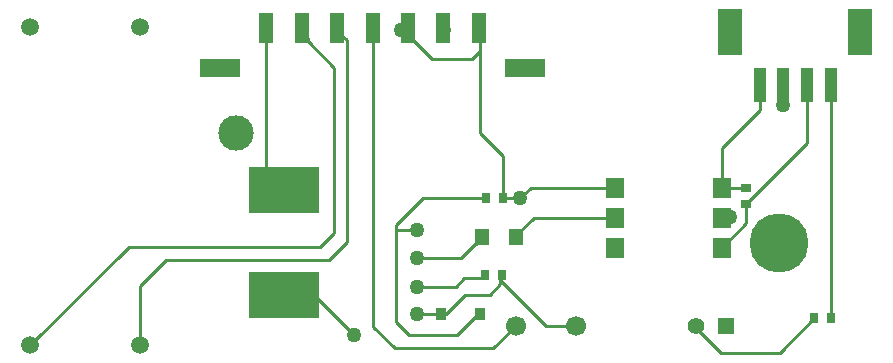
<source format=gtl>
G04*
G04 #@! TF.GenerationSoftware,Altium Limited,Altium Designer,19.0.13 (425)*
G04*
G04 Layer_Physical_Order=1*
G04 Layer_Color=255*
%FSLAX25Y25*%
%MOIN*%
G70*
G01*
G75*
%ADD15C,0.01000*%
%ADD34R,0.03543X0.02756*%
%ADD35R,0.03465X0.04016*%
%ADD36R,0.05000X0.10000*%
%ADD37R,0.13504X0.06496*%
%ADD38R,0.23622X0.15748*%
%ADD39R,0.02756X0.03543*%
%ADD40R,0.05118X0.05512*%
%ADD41R,0.03937X0.11811*%
%ADD42R,0.07874X0.15748*%
%ADD43R,0.05984X0.07008*%
%ADD44C,0.06693*%
%ADD45C,0.05512*%
%ADD46R,0.05512X0.05512*%
%ADD47C,0.05906*%
%ADD48C,0.19685*%
%ADD49C,0.11811*%
%ADD50C,0.05000*%
D15*
X181712Y149874D02*
X191217Y140370D01*
X181102Y149874D02*
X181712D01*
X135433Y61221D02*
X152362D01*
X165453Y48130D01*
X149879Y146184D02*
X158744Y137319D01*
Y82268D02*
Y137319D01*
X149879Y146184D02*
Y147188D01*
X154035Y77559D02*
X158744Y82268D01*
X90209Y77559D02*
X154035D01*
X162894Y79134D02*
Y146429D01*
X157087Y73327D02*
X162894Y79134D01*
X102756Y73327D02*
X157087D01*
X159449Y149874D02*
X162894Y146429D01*
X296063Y91831D02*
X316307Y112075D01*
Y131401D01*
X287933Y77303D02*
X296063Y85433D01*
Y91831D01*
X287933Y97303D02*
X287972Y97342D01*
X296063D01*
X207244Y115496D02*
X214882Y107858D01*
X207244Y115496D02*
Y142898D01*
X307185Y42323D02*
X318701Y53839D01*
X287575Y42323D02*
X307185D01*
X279193Y50705D02*
X287575Y42323D01*
X279193Y50705D02*
Y51378D01*
X214142Y65087D02*
Y66634D01*
X229398Y51378D01*
X239193D01*
X199606Y48228D02*
X206496Y55118D01*
X183563Y48228D02*
X199606D01*
X211713Y43898D02*
X219193Y51378D01*
X178842Y43898D02*
X211713D01*
X171752Y50988D02*
X178842Y43898D01*
X179370Y52421D02*
X183563Y48228D01*
X179370Y52421D02*
Y83370D01*
X186370Y73870D02*
X200905D01*
X171752Y50988D02*
Y149874D01*
X186370Y64370D02*
X199403D01*
X186370Y55370D02*
X186622Y55118D01*
X210579Y61524D02*
X214142Y65087D01*
X202425Y61524D02*
X210579D01*
X196020Y55118D02*
X202425Y61524D01*
X195079Y55118D02*
X196020D01*
X202132Y67098D02*
X208236D01*
X199403Y64370D02*
X202132Y67098D01*
X186622Y55118D02*
X195079D01*
X324181Y53870D02*
X324213Y53839D01*
X306004Y77658D02*
X307087Y78740D01*
X219079Y81114D02*
X225268Y87303D01*
X252421D01*
X220669Y93799D02*
X224173Y97303D01*
X252421D01*
X287933D02*
Y110677D01*
X300559Y123303D01*
X214882Y93870D02*
Y107858D01*
X147879Y149188D02*
X149879Y147188D01*
X147879Y149188D02*
Y150602D01*
X57370Y44721D02*
X90209Y77559D01*
X93870Y64441D02*
X102756Y73327D01*
X136068Y96850D02*
Y150602D01*
X214882Y93870D02*
X214953Y93799D01*
X220669D01*
X93870Y44721D02*
Y64441D01*
X324181Y53870D02*
Y131401D01*
X300559Y123303D02*
Y131401D01*
X191217Y140370D02*
X204716D01*
X207244Y142898D01*
Y149874D01*
X219079Y81114D02*
X219323Y80870D01*
X208236Y67098D02*
X209114Y67976D01*
Y68370D01*
X200905Y73870D02*
X205650Y78614D01*
X205847D01*
X207906Y80673D01*
Y80870D01*
X179370Y83370D02*
X186370D01*
X179370D02*
Y84870D01*
X188370Y93870D01*
X209370D01*
D34*
X296063Y91831D02*
D03*
Y97342D02*
D03*
D35*
X194350Y55118D02*
D03*
X207224D02*
D03*
D36*
X136068Y150602D02*
D03*
X147879D02*
D03*
X159690D02*
D03*
X171501D02*
D03*
X183312D02*
D03*
X195123D02*
D03*
X206934D02*
D03*
D37*
X222249Y137098D02*
D03*
X120753D02*
D03*
D38*
X142126Y96555D02*
D03*
X141929Y61516D02*
D03*
D39*
X318701Y53839D02*
D03*
X324213D02*
D03*
X214626Y68370D02*
D03*
X209114D02*
D03*
X209370Y93870D02*
D03*
X214882D02*
D03*
D40*
X207906Y80870D02*
D03*
X219323D02*
D03*
D41*
X324181Y131401D02*
D03*
X316307D02*
D03*
X300559D02*
D03*
X308433D02*
D03*
D42*
X334024Y149118D02*
D03*
X290716D02*
D03*
D43*
X252421Y97303D02*
D03*
Y87303D02*
D03*
Y77303D02*
D03*
X287933D02*
D03*
Y87303D02*
D03*
Y97303D02*
D03*
D44*
X219193Y51378D02*
D03*
X239193D02*
D03*
D45*
X279193D02*
D03*
D46*
X289193D02*
D03*
D47*
X93870Y44721D02*
D03*
Y151020D02*
D03*
X57370Y44721D02*
D03*
Y151020D02*
D03*
D48*
X307087Y78740D02*
D03*
D49*
X125984Y115496D02*
D03*
D50*
X181102Y149874D02*
D03*
X165453Y48130D02*
D03*
X308366Y125000D02*
D03*
X290650Y87402D02*
D03*
X186370Y73870D02*
D03*
Y64370D02*
D03*
Y55370D02*
D03*
X220669Y93799D02*
D03*
X186370Y83370D02*
D03*
X195433Y149874D02*
D03*
M02*

</source>
